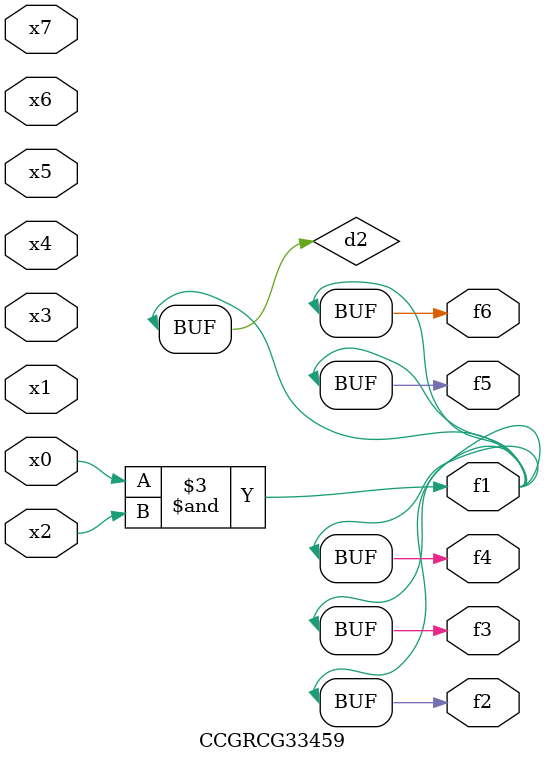
<source format=v>
module CCGRCG33459(
	input x0, x1, x2, x3, x4, x5, x6, x7,
	output f1, f2, f3, f4, f5, f6
);

	wire d1, d2;

	nor (d1, x3, x6);
	and (d2, x0, x2);
	assign f1 = d2;
	assign f2 = d2;
	assign f3 = d2;
	assign f4 = d2;
	assign f5 = d2;
	assign f6 = d2;
endmodule

</source>
